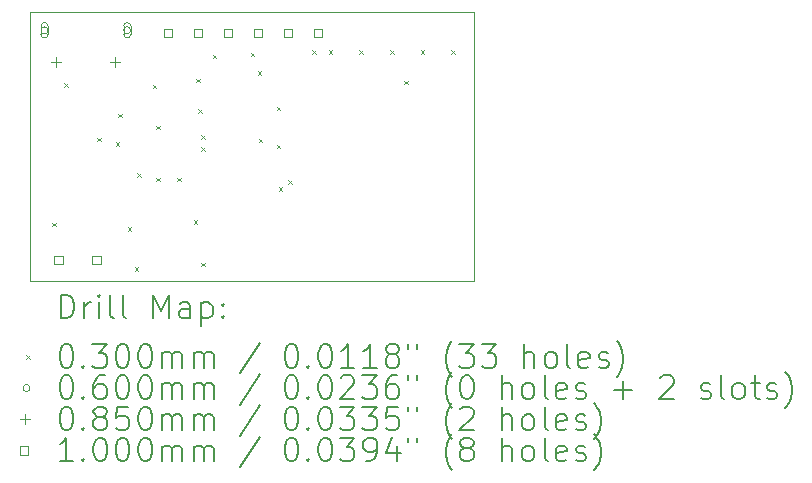
<source format=gbr>
%TF.GenerationSoftware,KiCad,Pcbnew,9.0.1*%
%TF.CreationDate,2025-09-23T20:37:32+02:00*%
%TF.ProjectId,blikac-smd,626c696b-6163-42d7-936d-642e6b696361,rev?*%
%TF.SameCoordinates,Original*%
%TF.FileFunction,Drillmap*%
%TF.FilePolarity,Positive*%
%FSLAX45Y45*%
G04 Gerber Fmt 4.5, Leading zero omitted, Abs format (unit mm)*
G04 Created by KiCad (PCBNEW 9.0.1) date 2025-09-23 20:37:32*
%MOMM*%
%LPD*%
G01*
G04 APERTURE LIST*
%ADD10C,0.050000*%
%ADD11C,0.200000*%
%ADD12C,0.100000*%
G04 APERTURE END LIST*
D10*
X12040000Y-6540000D02*
X15800000Y-6540000D01*
X15800000Y-8820000D01*
X12040000Y-8820000D01*
X12040000Y-6540000D01*
D11*
D12*
X12225000Y-8325000D02*
X12255000Y-8355000D01*
X12255000Y-8325000D02*
X12225000Y-8355000D01*
X12325000Y-7145000D02*
X12355000Y-7175000D01*
X12355000Y-7145000D02*
X12325000Y-7175000D01*
X12605000Y-7605000D02*
X12635000Y-7635000D01*
X12635000Y-7605000D02*
X12605000Y-7635000D01*
X12765000Y-7645000D02*
X12795000Y-7675000D01*
X12795000Y-7645000D02*
X12765000Y-7675000D01*
X12785000Y-7405000D02*
X12815000Y-7435000D01*
X12815000Y-7405000D02*
X12785000Y-7435000D01*
X12865000Y-8365000D02*
X12895000Y-8395000D01*
X12895000Y-8365000D02*
X12865000Y-8395000D01*
X12925000Y-8705000D02*
X12955000Y-8735000D01*
X12955000Y-8705000D02*
X12925000Y-8735000D01*
X12945000Y-7905000D02*
X12975000Y-7935000D01*
X12975000Y-7905000D02*
X12945000Y-7935000D01*
X13075100Y-7157326D02*
X13105100Y-7187326D01*
X13105100Y-7157326D02*
X13075100Y-7187326D01*
X13105000Y-7505000D02*
X13135000Y-7535000D01*
X13135000Y-7505000D02*
X13105000Y-7535000D01*
X13105000Y-7945000D02*
X13135000Y-7975000D01*
X13135000Y-7945000D02*
X13105000Y-7975000D01*
X13285000Y-7945000D02*
X13315000Y-7975000D01*
X13315000Y-7945000D02*
X13285000Y-7975000D01*
X13425000Y-8305000D02*
X13455000Y-8335000D01*
X13455000Y-8305000D02*
X13425000Y-8335000D01*
X13445000Y-7105000D02*
X13475000Y-7135000D01*
X13475000Y-7105000D02*
X13445000Y-7135000D01*
X13459900Y-7365000D02*
X13489900Y-7395000D01*
X13489900Y-7365000D02*
X13459900Y-7395000D01*
X13485000Y-7585000D02*
X13515000Y-7615000D01*
X13515000Y-7585000D02*
X13485000Y-7615000D01*
X13485000Y-7685000D02*
X13515000Y-7715000D01*
X13515000Y-7685000D02*
X13485000Y-7715000D01*
X13485000Y-8665000D02*
X13515000Y-8695000D01*
X13515000Y-8665000D02*
X13485000Y-8695000D01*
X13585000Y-6905000D02*
X13615000Y-6935000D01*
X13615000Y-6905000D02*
X13585000Y-6935000D01*
X13905000Y-6885000D02*
X13935000Y-6915000D01*
X13935000Y-6885000D02*
X13905000Y-6915000D01*
X13965000Y-7045000D02*
X13995000Y-7075000D01*
X13995000Y-7045000D02*
X13965000Y-7075000D01*
X13975000Y-7615000D02*
X14005000Y-7645000D01*
X14005000Y-7615000D02*
X13975000Y-7645000D01*
X14125000Y-7345000D02*
X14155000Y-7375000D01*
X14155000Y-7345000D02*
X14125000Y-7375000D01*
X14125000Y-7665000D02*
X14155000Y-7695000D01*
X14155000Y-7665000D02*
X14125000Y-7695000D01*
X14145000Y-8025000D02*
X14175000Y-8055000D01*
X14175000Y-8025000D02*
X14145000Y-8055000D01*
X14225000Y-7965000D02*
X14255000Y-7995000D01*
X14255000Y-7965000D02*
X14225000Y-7995000D01*
X14425000Y-6865000D02*
X14455000Y-6895000D01*
X14455000Y-6865000D02*
X14425000Y-6895000D01*
X14565000Y-6865000D02*
X14595000Y-6895000D01*
X14595000Y-6865000D02*
X14565000Y-6895000D01*
X14825000Y-6865000D02*
X14855000Y-6895000D01*
X14855000Y-6865000D02*
X14825000Y-6895000D01*
X15085000Y-6865000D02*
X15115000Y-6895000D01*
X15115000Y-6865000D02*
X15085000Y-6895000D01*
X15205000Y-7125000D02*
X15235000Y-7155000D01*
X15235000Y-7125000D02*
X15205000Y-7155000D01*
X15345000Y-6865000D02*
X15375000Y-6895000D01*
X15375000Y-6865000D02*
X15345000Y-6895000D01*
X15605000Y-6865000D02*
X15635000Y-6895000D01*
X15635000Y-6865000D02*
X15605000Y-6895000D01*
X12190000Y-6696250D02*
G75*
G02*
X12130000Y-6696250I-30000J0D01*
G01*
X12130000Y-6696250D02*
G75*
G02*
X12190000Y-6696250I30000J0D01*
G01*
X12190000Y-6731250D02*
X12190000Y-6661250D01*
X12130000Y-6661250D02*
G75*
G02*
X12190000Y-6661250I30000J0D01*
G01*
X12130000Y-6661250D02*
X12130000Y-6731250D01*
X12130000Y-6731250D02*
G75*
G03*
X12190000Y-6731250I30000J0D01*
G01*
X12890000Y-6696250D02*
G75*
G02*
X12830000Y-6696250I-30000J0D01*
G01*
X12830000Y-6696250D02*
G75*
G02*
X12890000Y-6696250I30000J0D01*
G01*
X12830000Y-6661250D02*
X12830000Y-6731250D01*
X12890000Y-6731250D02*
G75*
G02*
X12830000Y-6731250I-30000J0D01*
G01*
X12890000Y-6731250D02*
X12890000Y-6661250D01*
X12890000Y-6661250D02*
G75*
G03*
X12830000Y-6661250I-30000J0D01*
G01*
X12260000Y-6923750D02*
X12260000Y-7008750D01*
X12217500Y-6966250D02*
X12302500Y-6966250D01*
X12760000Y-6923750D02*
X12760000Y-7008750D01*
X12717500Y-6966250D02*
X12802500Y-6966250D01*
X12315356Y-8675356D02*
X12315356Y-8604644D01*
X12244644Y-8604644D01*
X12244644Y-8675356D01*
X12315356Y-8675356D01*
X12635356Y-8675356D02*
X12635356Y-8604644D01*
X12564644Y-8604644D01*
X12564644Y-8675356D01*
X12635356Y-8675356D01*
X13241356Y-6755356D02*
X13241356Y-6684644D01*
X13170644Y-6684644D01*
X13170644Y-6755356D01*
X13241356Y-6755356D01*
X13495356Y-6755356D02*
X13495356Y-6684644D01*
X13424644Y-6684644D01*
X13424644Y-6755356D01*
X13495356Y-6755356D01*
X13749356Y-6755356D02*
X13749356Y-6684644D01*
X13678644Y-6684644D01*
X13678644Y-6755356D01*
X13749356Y-6755356D01*
X14003356Y-6755356D02*
X14003356Y-6684644D01*
X13932644Y-6684644D01*
X13932644Y-6755356D01*
X14003356Y-6755356D01*
X14257356Y-6755356D02*
X14257356Y-6684644D01*
X14186644Y-6684644D01*
X14186644Y-6755356D01*
X14257356Y-6755356D01*
X14511356Y-6755356D02*
X14511356Y-6684644D01*
X14440644Y-6684644D01*
X14440644Y-6755356D01*
X14511356Y-6755356D01*
D11*
X12298277Y-9133984D02*
X12298277Y-8933984D01*
X12298277Y-8933984D02*
X12345896Y-8933984D01*
X12345896Y-8933984D02*
X12374467Y-8943508D01*
X12374467Y-8943508D02*
X12393515Y-8962555D01*
X12393515Y-8962555D02*
X12403039Y-8981603D01*
X12403039Y-8981603D02*
X12412562Y-9019698D01*
X12412562Y-9019698D02*
X12412562Y-9048270D01*
X12412562Y-9048270D02*
X12403039Y-9086365D01*
X12403039Y-9086365D02*
X12393515Y-9105412D01*
X12393515Y-9105412D02*
X12374467Y-9124460D01*
X12374467Y-9124460D02*
X12345896Y-9133984D01*
X12345896Y-9133984D02*
X12298277Y-9133984D01*
X12498277Y-9133984D02*
X12498277Y-9000650D01*
X12498277Y-9038746D02*
X12507801Y-9019698D01*
X12507801Y-9019698D02*
X12517324Y-9010174D01*
X12517324Y-9010174D02*
X12536372Y-9000650D01*
X12536372Y-9000650D02*
X12555420Y-9000650D01*
X12622086Y-9133984D02*
X12622086Y-9000650D01*
X12622086Y-8933984D02*
X12612562Y-8943508D01*
X12612562Y-8943508D02*
X12622086Y-8953031D01*
X12622086Y-8953031D02*
X12631610Y-8943508D01*
X12631610Y-8943508D02*
X12622086Y-8933984D01*
X12622086Y-8933984D02*
X12622086Y-8953031D01*
X12745896Y-9133984D02*
X12726848Y-9124460D01*
X12726848Y-9124460D02*
X12717324Y-9105412D01*
X12717324Y-9105412D02*
X12717324Y-8933984D01*
X12850658Y-9133984D02*
X12831610Y-9124460D01*
X12831610Y-9124460D02*
X12822086Y-9105412D01*
X12822086Y-9105412D02*
X12822086Y-8933984D01*
X13079229Y-9133984D02*
X13079229Y-8933984D01*
X13079229Y-8933984D02*
X13145896Y-9076841D01*
X13145896Y-9076841D02*
X13212562Y-8933984D01*
X13212562Y-8933984D02*
X13212562Y-9133984D01*
X13393515Y-9133984D02*
X13393515Y-9029222D01*
X13393515Y-9029222D02*
X13383991Y-9010174D01*
X13383991Y-9010174D02*
X13364943Y-9000650D01*
X13364943Y-9000650D02*
X13326848Y-9000650D01*
X13326848Y-9000650D02*
X13307801Y-9010174D01*
X13393515Y-9124460D02*
X13374467Y-9133984D01*
X13374467Y-9133984D02*
X13326848Y-9133984D01*
X13326848Y-9133984D02*
X13307801Y-9124460D01*
X13307801Y-9124460D02*
X13298277Y-9105412D01*
X13298277Y-9105412D02*
X13298277Y-9086365D01*
X13298277Y-9086365D02*
X13307801Y-9067317D01*
X13307801Y-9067317D02*
X13326848Y-9057793D01*
X13326848Y-9057793D02*
X13374467Y-9057793D01*
X13374467Y-9057793D02*
X13393515Y-9048270D01*
X13488753Y-9000650D02*
X13488753Y-9200650D01*
X13488753Y-9010174D02*
X13507801Y-9000650D01*
X13507801Y-9000650D02*
X13545896Y-9000650D01*
X13545896Y-9000650D02*
X13564943Y-9010174D01*
X13564943Y-9010174D02*
X13574467Y-9019698D01*
X13574467Y-9019698D02*
X13583991Y-9038746D01*
X13583991Y-9038746D02*
X13583991Y-9095889D01*
X13583991Y-9095889D02*
X13574467Y-9114936D01*
X13574467Y-9114936D02*
X13564943Y-9124460D01*
X13564943Y-9124460D02*
X13545896Y-9133984D01*
X13545896Y-9133984D02*
X13507801Y-9133984D01*
X13507801Y-9133984D02*
X13488753Y-9124460D01*
X13669705Y-9114936D02*
X13679229Y-9124460D01*
X13679229Y-9124460D02*
X13669705Y-9133984D01*
X13669705Y-9133984D02*
X13660182Y-9124460D01*
X13660182Y-9124460D02*
X13669705Y-9114936D01*
X13669705Y-9114936D02*
X13669705Y-9133984D01*
X13669705Y-9010174D02*
X13679229Y-9019698D01*
X13679229Y-9019698D02*
X13669705Y-9029222D01*
X13669705Y-9029222D02*
X13660182Y-9019698D01*
X13660182Y-9019698D02*
X13669705Y-9010174D01*
X13669705Y-9010174D02*
X13669705Y-9029222D01*
D12*
X12007500Y-9447500D02*
X12037500Y-9477500D01*
X12037500Y-9447500D02*
X12007500Y-9477500D01*
D11*
X12336372Y-9353984D02*
X12355420Y-9353984D01*
X12355420Y-9353984D02*
X12374467Y-9363508D01*
X12374467Y-9363508D02*
X12383991Y-9373031D01*
X12383991Y-9373031D02*
X12393515Y-9392079D01*
X12393515Y-9392079D02*
X12403039Y-9430174D01*
X12403039Y-9430174D02*
X12403039Y-9477793D01*
X12403039Y-9477793D02*
X12393515Y-9515889D01*
X12393515Y-9515889D02*
X12383991Y-9534936D01*
X12383991Y-9534936D02*
X12374467Y-9544460D01*
X12374467Y-9544460D02*
X12355420Y-9553984D01*
X12355420Y-9553984D02*
X12336372Y-9553984D01*
X12336372Y-9553984D02*
X12317324Y-9544460D01*
X12317324Y-9544460D02*
X12307801Y-9534936D01*
X12307801Y-9534936D02*
X12298277Y-9515889D01*
X12298277Y-9515889D02*
X12288753Y-9477793D01*
X12288753Y-9477793D02*
X12288753Y-9430174D01*
X12288753Y-9430174D02*
X12298277Y-9392079D01*
X12298277Y-9392079D02*
X12307801Y-9373031D01*
X12307801Y-9373031D02*
X12317324Y-9363508D01*
X12317324Y-9363508D02*
X12336372Y-9353984D01*
X12488753Y-9534936D02*
X12498277Y-9544460D01*
X12498277Y-9544460D02*
X12488753Y-9553984D01*
X12488753Y-9553984D02*
X12479229Y-9544460D01*
X12479229Y-9544460D02*
X12488753Y-9534936D01*
X12488753Y-9534936D02*
X12488753Y-9553984D01*
X12564943Y-9353984D02*
X12688753Y-9353984D01*
X12688753Y-9353984D02*
X12622086Y-9430174D01*
X12622086Y-9430174D02*
X12650658Y-9430174D01*
X12650658Y-9430174D02*
X12669705Y-9439698D01*
X12669705Y-9439698D02*
X12679229Y-9449222D01*
X12679229Y-9449222D02*
X12688753Y-9468270D01*
X12688753Y-9468270D02*
X12688753Y-9515889D01*
X12688753Y-9515889D02*
X12679229Y-9534936D01*
X12679229Y-9534936D02*
X12669705Y-9544460D01*
X12669705Y-9544460D02*
X12650658Y-9553984D01*
X12650658Y-9553984D02*
X12593515Y-9553984D01*
X12593515Y-9553984D02*
X12574467Y-9544460D01*
X12574467Y-9544460D02*
X12564943Y-9534936D01*
X12812562Y-9353984D02*
X12831610Y-9353984D01*
X12831610Y-9353984D02*
X12850658Y-9363508D01*
X12850658Y-9363508D02*
X12860182Y-9373031D01*
X12860182Y-9373031D02*
X12869705Y-9392079D01*
X12869705Y-9392079D02*
X12879229Y-9430174D01*
X12879229Y-9430174D02*
X12879229Y-9477793D01*
X12879229Y-9477793D02*
X12869705Y-9515889D01*
X12869705Y-9515889D02*
X12860182Y-9534936D01*
X12860182Y-9534936D02*
X12850658Y-9544460D01*
X12850658Y-9544460D02*
X12831610Y-9553984D01*
X12831610Y-9553984D02*
X12812562Y-9553984D01*
X12812562Y-9553984D02*
X12793515Y-9544460D01*
X12793515Y-9544460D02*
X12783991Y-9534936D01*
X12783991Y-9534936D02*
X12774467Y-9515889D01*
X12774467Y-9515889D02*
X12764943Y-9477793D01*
X12764943Y-9477793D02*
X12764943Y-9430174D01*
X12764943Y-9430174D02*
X12774467Y-9392079D01*
X12774467Y-9392079D02*
X12783991Y-9373031D01*
X12783991Y-9373031D02*
X12793515Y-9363508D01*
X12793515Y-9363508D02*
X12812562Y-9353984D01*
X13003039Y-9353984D02*
X13022086Y-9353984D01*
X13022086Y-9353984D02*
X13041134Y-9363508D01*
X13041134Y-9363508D02*
X13050658Y-9373031D01*
X13050658Y-9373031D02*
X13060182Y-9392079D01*
X13060182Y-9392079D02*
X13069705Y-9430174D01*
X13069705Y-9430174D02*
X13069705Y-9477793D01*
X13069705Y-9477793D02*
X13060182Y-9515889D01*
X13060182Y-9515889D02*
X13050658Y-9534936D01*
X13050658Y-9534936D02*
X13041134Y-9544460D01*
X13041134Y-9544460D02*
X13022086Y-9553984D01*
X13022086Y-9553984D02*
X13003039Y-9553984D01*
X13003039Y-9553984D02*
X12983991Y-9544460D01*
X12983991Y-9544460D02*
X12974467Y-9534936D01*
X12974467Y-9534936D02*
X12964943Y-9515889D01*
X12964943Y-9515889D02*
X12955420Y-9477793D01*
X12955420Y-9477793D02*
X12955420Y-9430174D01*
X12955420Y-9430174D02*
X12964943Y-9392079D01*
X12964943Y-9392079D02*
X12974467Y-9373031D01*
X12974467Y-9373031D02*
X12983991Y-9363508D01*
X12983991Y-9363508D02*
X13003039Y-9353984D01*
X13155420Y-9553984D02*
X13155420Y-9420650D01*
X13155420Y-9439698D02*
X13164943Y-9430174D01*
X13164943Y-9430174D02*
X13183991Y-9420650D01*
X13183991Y-9420650D02*
X13212563Y-9420650D01*
X13212563Y-9420650D02*
X13231610Y-9430174D01*
X13231610Y-9430174D02*
X13241134Y-9449222D01*
X13241134Y-9449222D02*
X13241134Y-9553984D01*
X13241134Y-9449222D02*
X13250658Y-9430174D01*
X13250658Y-9430174D02*
X13269705Y-9420650D01*
X13269705Y-9420650D02*
X13298277Y-9420650D01*
X13298277Y-9420650D02*
X13317324Y-9430174D01*
X13317324Y-9430174D02*
X13326848Y-9449222D01*
X13326848Y-9449222D02*
X13326848Y-9553984D01*
X13422086Y-9553984D02*
X13422086Y-9420650D01*
X13422086Y-9439698D02*
X13431610Y-9430174D01*
X13431610Y-9430174D02*
X13450658Y-9420650D01*
X13450658Y-9420650D02*
X13479229Y-9420650D01*
X13479229Y-9420650D02*
X13498277Y-9430174D01*
X13498277Y-9430174D02*
X13507801Y-9449222D01*
X13507801Y-9449222D02*
X13507801Y-9553984D01*
X13507801Y-9449222D02*
X13517324Y-9430174D01*
X13517324Y-9430174D02*
X13536372Y-9420650D01*
X13536372Y-9420650D02*
X13564943Y-9420650D01*
X13564943Y-9420650D02*
X13583991Y-9430174D01*
X13583991Y-9430174D02*
X13593515Y-9449222D01*
X13593515Y-9449222D02*
X13593515Y-9553984D01*
X13983991Y-9344460D02*
X13812563Y-9601603D01*
X14241134Y-9353984D02*
X14260182Y-9353984D01*
X14260182Y-9353984D02*
X14279229Y-9363508D01*
X14279229Y-9363508D02*
X14288753Y-9373031D01*
X14288753Y-9373031D02*
X14298277Y-9392079D01*
X14298277Y-9392079D02*
X14307801Y-9430174D01*
X14307801Y-9430174D02*
X14307801Y-9477793D01*
X14307801Y-9477793D02*
X14298277Y-9515889D01*
X14298277Y-9515889D02*
X14288753Y-9534936D01*
X14288753Y-9534936D02*
X14279229Y-9544460D01*
X14279229Y-9544460D02*
X14260182Y-9553984D01*
X14260182Y-9553984D02*
X14241134Y-9553984D01*
X14241134Y-9553984D02*
X14222086Y-9544460D01*
X14222086Y-9544460D02*
X14212563Y-9534936D01*
X14212563Y-9534936D02*
X14203039Y-9515889D01*
X14203039Y-9515889D02*
X14193515Y-9477793D01*
X14193515Y-9477793D02*
X14193515Y-9430174D01*
X14193515Y-9430174D02*
X14203039Y-9392079D01*
X14203039Y-9392079D02*
X14212563Y-9373031D01*
X14212563Y-9373031D02*
X14222086Y-9363508D01*
X14222086Y-9363508D02*
X14241134Y-9353984D01*
X14393515Y-9534936D02*
X14403039Y-9544460D01*
X14403039Y-9544460D02*
X14393515Y-9553984D01*
X14393515Y-9553984D02*
X14383991Y-9544460D01*
X14383991Y-9544460D02*
X14393515Y-9534936D01*
X14393515Y-9534936D02*
X14393515Y-9553984D01*
X14526848Y-9353984D02*
X14545896Y-9353984D01*
X14545896Y-9353984D02*
X14564944Y-9363508D01*
X14564944Y-9363508D02*
X14574467Y-9373031D01*
X14574467Y-9373031D02*
X14583991Y-9392079D01*
X14583991Y-9392079D02*
X14593515Y-9430174D01*
X14593515Y-9430174D02*
X14593515Y-9477793D01*
X14593515Y-9477793D02*
X14583991Y-9515889D01*
X14583991Y-9515889D02*
X14574467Y-9534936D01*
X14574467Y-9534936D02*
X14564944Y-9544460D01*
X14564944Y-9544460D02*
X14545896Y-9553984D01*
X14545896Y-9553984D02*
X14526848Y-9553984D01*
X14526848Y-9553984D02*
X14507801Y-9544460D01*
X14507801Y-9544460D02*
X14498277Y-9534936D01*
X14498277Y-9534936D02*
X14488753Y-9515889D01*
X14488753Y-9515889D02*
X14479229Y-9477793D01*
X14479229Y-9477793D02*
X14479229Y-9430174D01*
X14479229Y-9430174D02*
X14488753Y-9392079D01*
X14488753Y-9392079D02*
X14498277Y-9373031D01*
X14498277Y-9373031D02*
X14507801Y-9363508D01*
X14507801Y-9363508D02*
X14526848Y-9353984D01*
X14783991Y-9553984D02*
X14669706Y-9553984D01*
X14726848Y-9553984D02*
X14726848Y-9353984D01*
X14726848Y-9353984D02*
X14707801Y-9382555D01*
X14707801Y-9382555D02*
X14688753Y-9401603D01*
X14688753Y-9401603D02*
X14669706Y-9411127D01*
X14974467Y-9553984D02*
X14860182Y-9553984D01*
X14917325Y-9553984D02*
X14917325Y-9353984D01*
X14917325Y-9353984D02*
X14898277Y-9382555D01*
X14898277Y-9382555D02*
X14879229Y-9401603D01*
X14879229Y-9401603D02*
X14860182Y-9411127D01*
X15088753Y-9439698D02*
X15069706Y-9430174D01*
X15069706Y-9430174D02*
X15060182Y-9420650D01*
X15060182Y-9420650D02*
X15050658Y-9401603D01*
X15050658Y-9401603D02*
X15050658Y-9392079D01*
X15050658Y-9392079D02*
X15060182Y-9373031D01*
X15060182Y-9373031D02*
X15069706Y-9363508D01*
X15069706Y-9363508D02*
X15088753Y-9353984D01*
X15088753Y-9353984D02*
X15126848Y-9353984D01*
X15126848Y-9353984D02*
X15145896Y-9363508D01*
X15145896Y-9363508D02*
X15155420Y-9373031D01*
X15155420Y-9373031D02*
X15164944Y-9392079D01*
X15164944Y-9392079D02*
X15164944Y-9401603D01*
X15164944Y-9401603D02*
X15155420Y-9420650D01*
X15155420Y-9420650D02*
X15145896Y-9430174D01*
X15145896Y-9430174D02*
X15126848Y-9439698D01*
X15126848Y-9439698D02*
X15088753Y-9439698D01*
X15088753Y-9439698D02*
X15069706Y-9449222D01*
X15069706Y-9449222D02*
X15060182Y-9458746D01*
X15060182Y-9458746D02*
X15050658Y-9477793D01*
X15050658Y-9477793D02*
X15050658Y-9515889D01*
X15050658Y-9515889D02*
X15060182Y-9534936D01*
X15060182Y-9534936D02*
X15069706Y-9544460D01*
X15069706Y-9544460D02*
X15088753Y-9553984D01*
X15088753Y-9553984D02*
X15126848Y-9553984D01*
X15126848Y-9553984D02*
X15145896Y-9544460D01*
X15145896Y-9544460D02*
X15155420Y-9534936D01*
X15155420Y-9534936D02*
X15164944Y-9515889D01*
X15164944Y-9515889D02*
X15164944Y-9477793D01*
X15164944Y-9477793D02*
X15155420Y-9458746D01*
X15155420Y-9458746D02*
X15145896Y-9449222D01*
X15145896Y-9449222D02*
X15126848Y-9439698D01*
X15241134Y-9353984D02*
X15241134Y-9392079D01*
X15317325Y-9353984D02*
X15317325Y-9392079D01*
X15612563Y-9630174D02*
X15603039Y-9620650D01*
X15603039Y-9620650D02*
X15583991Y-9592079D01*
X15583991Y-9592079D02*
X15574468Y-9573031D01*
X15574468Y-9573031D02*
X15564944Y-9544460D01*
X15564944Y-9544460D02*
X15555420Y-9496841D01*
X15555420Y-9496841D02*
X15555420Y-9458746D01*
X15555420Y-9458746D02*
X15564944Y-9411127D01*
X15564944Y-9411127D02*
X15574468Y-9382555D01*
X15574468Y-9382555D02*
X15583991Y-9363508D01*
X15583991Y-9363508D02*
X15603039Y-9334936D01*
X15603039Y-9334936D02*
X15612563Y-9325412D01*
X15669706Y-9353984D02*
X15793515Y-9353984D01*
X15793515Y-9353984D02*
X15726848Y-9430174D01*
X15726848Y-9430174D02*
X15755420Y-9430174D01*
X15755420Y-9430174D02*
X15774468Y-9439698D01*
X15774468Y-9439698D02*
X15783991Y-9449222D01*
X15783991Y-9449222D02*
X15793515Y-9468270D01*
X15793515Y-9468270D02*
X15793515Y-9515889D01*
X15793515Y-9515889D02*
X15783991Y-9534936D01*
X15783991Y-9534936D02*
X15774468Y-9544460D01*
X15774468Y-9544460D02*
X15755420Y-9553984D01*
X15755420Y-9553984D02*
X15698277Y-9553984D01*
X15698277Y-9553984D02*
X15679229Y-9544460D01*
X15679229Y-9544460D02*
X15669706Y-9534936D01*
X15860182Y-9353984D02*
X15983991Y-9353984D01*
X15983991Y-9353984D02*
X15917325Y-9430174D01*
X15917325Y-9430174D02*
X15945896Y-9430174D01*
X15945896Y-9430174D02*
X15964944Y-9439698D01*
X15964944Y-9439698D02*
X15974468Y-9449222D01*
X15974468Y-9449222D02*
X15983991Y-9468270D01*
X15983991Y-9468270D02*
X15983991Y-9515889D01*
X15983991Y-9515889D02*
X15974468Y-9534936D01*
X15974468Y-9534936D02*
X15964944Y-9544460D01*
X15964944Y-9544460D02*
X15945896Y-9553984D01*
X15945896Y-9553984D02*
X15888753Y-9553984D01*
X15888753Y-9553984D02*
X15869706Y-9544460D01*
X15869706Y-9544460D02*
X15860182Y-9534936D01*
X16222087Y-9553984D02*
X16222087Y-9353984D01*
X16307801Y-9553984D02*
X16307801Y-9449222D01*
X16307801Y-9449222D02*
X16298277Y-9430174D01*
X16298277Y-9430174D02*
X16279230Y-9420650D01*
X16279230Y-9420650D02*
X16250658Y-9420650D01*
X16250658Y-9420650D02*
X16231610Y-9430174D01*
X16231610Y-9430174D02*
X16222087Y-9439698D01*
X16431610Y-9553984D02*
X16412563Y-9544460D01*
X16412563Y-9544460D02*
X16403039Y-9534936D01*
X16403039Y-9534936D02*
X16393515Y-9515889D01*
X16393515Y-9515889D02*
X16393515Y-9458746D01*
X16393515Y-9458746D02*
X16403039Y-9439698D01*
X16403039Y-9439698D02*
X16412563Y-9430174D01*
X16412563Y-9430174D02*
X16431610Y-9420650D01*
X16431610Y-9420650D02*
X16460182Y-9420650D01*
X16460182Y-9420650D02*
X16479230Y-9430174D01*
X16479230Y-9430174D02*
X16488753Y-9439698D01*
X16488753Y-9439698D02*
X16498277Y-9458746D01*
X16498277Y-9458746D02*
X16498277Y-9515889D01*
X16498277Y-9515889D02*
X16488753Y-9534936D01*
X16488753Y-9534936D02*
X16479230Y-9544460D01*
X16479230Y-9544460D02*
X16460182Y-9553984D01*
X16460182Y-9553984D02*
X16431610Y-9553984D01*
X16612563Y-9553984D02*
X16593515Y-9544460D01*
X16593515Y-9544460D02*
X16583991Y-9525412D01*
X16583991Y-9525412D02*
X16583991Y-9353984D01*
X16764944Y-9544460D02*
X16745896Y-9553984D01*
X16745896Y-9553984D02*
X16707801Y-9553984D01*
X16707801Y-9553984D02*
X16688753Y-9544460D01*
X16688753Y-9544460D02*
X16679230Y-9525412D01*
X16679230Y-9525412D02*
X16679230Y-9449222D01*
X16679230Y-9449222D02*
X16688753Y-9430174D01*
X16688753Y-9430174D02*
X16707801Y-9420650D01*
X16707801Y-9420650D02*
X16745896Y-9420650D01*
X16745896Y-9420650D02*
X16764944Y-9430174D01*
X16764944Y-9430174D02*
X16774468Y-9449222D01*
X16774468Y-9449222D02*
X16774468Y-9468270D01*
X16774468Y-9468270D02*
X16679230Y-9487317D01*
X16850658Y-9544460D02*
X16869706Y-9553984D01*
X16869706Y-9553984D02*
X16907801Y-9553984D01*
X16907801Y-9553984D02*
X16926849Y-9544460D01*
X16926849Y-9544460D02*
X16936373Y-9525412D01*
X16936373Y-9525412D02*
X16936373Y-9515889D01*
X16936373Y-9515889D02*
X16926849Y-9496841D01*
X16926849Y-9496841D02*
X16907801Y-9487317D01*
X16907801Y-9487317D02*
X16879230Y-9487317D01*
X16879230Y-9487317D02*
X16860182Y-9477793D01*
X16860182Y-9477793D02*
X16850658Y-9458746D01*
X16850658Y-9458746D02*
X16850658Y-9449222D01*
X16850658Y-9449222D02*
X16860182Y-9430174D01*
X16860182Y-9430174D02*
X16879230Y-9420650D01*
X16879230Y-9420650D02*
X16907801Y-9420650D01*
X16907801Y-9420650D02*
X16926849Y-9430174D01*
X17003039Y-9630174D02*
X17012563Y-9620650D01*
X17012563Y-9620650D02*
X17031611Y-9592079D01*
X17031611Y-9592079D02*
X17041134Y-9573031D01*
X17041134Y-9573031D02*
X17050658Y-9544460D01*
X17050658Y-9544460D02*
X17060182Y-9496841D01*
X17060182Y-9496841D02*
X17060182Y-9458746D01*
X17060182Y-9458746D02*
X17050658Y-9411127D01*
X17050658Y-9411127D02*
X17041134Y-9382555D01*
X17041134Y-9382555D02*
X17031611Y-9363508D01*
X17031611Y-9363508D02*
X17012563Y-9334936D01*
X17012563Y-9334936D02*
X17003039Y-9325412D01*
D12*
X12037500Y-9726500D02*
G75*
G02*
X11977500Y-9726500I-30000J0D01*
G01*
X11977500Y-9726500D02*
G75*
G02*
X12037500Y-9726500I30000J0D01*
G01*
D11*
X12336372Y-9617984D02*
X12355420Y-9617984D01*
X12355420Y-9617984D02*
X12374467Y-9627508D01*
X12374467Y-9627508D02*
X12383991Y-9637031D01*
X12383991Y-9637031D02*
X12393515Y-9656079D01*
X12393515Y-9656079D02*
X12403039Y-9694174D01*
X12403039Y-9694174D02*
X12403039Y-9741793D01*
X12403039Y-9741793D02*
X12393515Y-9779889D01*
X12393515Y-9779889D02*
X12383991Y-9798936D01*
X12383991Y-9798936D02*
X12374467Y-9808460D01*
X12374467Y-9808460D02*
X12355420Y-9817984D01*
X12355420Y-9817984D02*
X12336372Y-9817984D01*
X12336372Y-9817984D02*
X12317324Y-9808460D01*
X12317324Y-9808460D02*
X12307801Y-9798936D01*
X12307801Y-9798936D02*
X12298277Y-9779889D01*
X12298277Y-9779889D02*
X12288753Y-9741793D01*
X12288753Y-9741793D02*
X12288753Y-9694174D01*
X12288753Y-9694174D02*
X12298277Y-9656079D01*
X12298277Y-9656079D02*
X12307801Y-9637031D01*
X12307801Y-9637031D02*
X12317324Y-9627508D01*
X12317324Y-9627508D02*
X12336372Y-9617984D01*
X12488753Y-9798936D02*
X12498277Y-9808460D01*
X12498277Y-9808460D02*
X12488753Y-9817984D01*
X12488753Y-9817984D02*
X12479229Y-9808460D01*
X12479229Y-9808460D02*
X12488753Y-9798936D01*
X12488753Y-9798936D02*
X12488753Y-9817984D01*
X12669705Y-9617984D02*
X12631610Y-9617984D01*
X12631610Y-9617984D02*
X12612562Y-9627508D01*
X12612562Y-9627508D02*
X12603039Y-9637031D01*
X12603039Y-9637031D02*
X12583991Y-9665603D01*
X12583991Y-9665603D02*
X12574467Y-9703698D01*
X12574467Y-9703698D02*
X12574467Y-9779889D01*
X12574467Y-9779889D02*
X12583991Y-9798936D01*
X12583991Y-9798936D02*
X12593515Y-9808460D01*
X12593515Y-9808460D02*
X12612562Y-9817984D01*
X12612562Y-9817984D02*
X12650658Y-9817984D01*
X12650658Y-9817984D02*
X12669705Y-9808460D01*
X12669705Y-9808460D02*
X12679229Y-9798936D01*
X12679229Y-9798936D02*
X12688753Y-9779889D01*
X12688753Y-9779889D02*
X12688753Y-9732270D01*
X12688753Y-9732270D02*
X12679229Y-9713222D01*
X12679229Y-9713222D02*
X12669705Y-9703698D01*
X12669705Y-9703698D02*
X12650658Y-9694174D01*
X12650658Y-9694174D02*
X12612562Y-9694174D01*
X12612562Y-9694174D02*
X12593515Y-9703698D01*
X12593515Y-9703698D02*
X12583991Y-9713222D01*
X12583991Y-9713222D02*
X12574467Y-9732270D01*
X12812562Y-9617984D02*
X12831610Y-9617984D01*
X12831610Y-9617984D02*
X12850658Y-9627508D01*
X12850658Y-9627508D02*
X12860182Y-9637031D01*
X12860182Y-9637031D02*
X12869705Y-9656079D01*
X12869705Y-9656079D02*
X12879229Y-9694174D01*
X12879229Y-9694174D02*
X12879229Y-9741793D01*
X12879229Y-9741793D02*
X12869705Y-9779889D01*
X12869705Y-9779889D02*
X12860182Y-9798936D01*
X12860182Y-9798936D02*
X12850658Y-9808460D01*
X12850658Y-9808460D02*
X12831610Y-9817984D01*
X12831610Y-9817984D02*
X12812562Y-9817984D01*
X12812562Y-9817984D02*
X12793515Y-9808460D01*
X12793515Y-9808460D02*
X12783991Y-9798936D01*
X12783991Y-9798936D02*
X12774467Y-9779889D01*
X12774467Y-9779889D02*
X12764943Y-9741793D01*
X12764943Y-9741793D02*
X12764943Y-9694174D01*
X12764943Y-9694174D02*
X12774467Y-9656079D01*
X12774467Y-9656079D02*
X12783991Y-9637031D01*
X12783991Y-9637031D02*
X12793515Y-9627508D01*
X12793515Y-9627508D02*
X12812562Y-9617984D01*
X13003039Y-9617984D02*
X13022086Y-9617984D01*
X13022086Y-9617984D02*
X13041134Y-9627508D01*
X13041134Y-9627508D02*
X13050658Y-9637031D01*
X13050658Y-9637031D02*
X13060182Y-9656079D01*
X13060182Y-9656079D02*
X13069705Y-9694174D01*
X13069705Y-9694174D02*
X13069705Y-9741793D01*
X13069705Y-9741793D02*
X13060182Y-9779889D01*
X13060182Y-9779889D02*
X13050658Y-9798936D01*
X13050658Y-9798936D02*
X13041134Y-9808460D01*
X13041134Y-9808460D02*
X13022086Y-9817984D01*
X13022086Y-9817984D02*
X13003039Y-9817984D01*
X13003039Y-9817984D02*
X12983991Y-9808460D01*
X12983991Y-9808460D02*
X12974467Y-9798936D01*
X12974467Y-9798936D02*
X12964943Y-9779889D01*
X12964943Y-9779889D02*
X12955420Y-9741793D01*
X12955420Y-9741793D02*
X12955420Y-9694174D01*
X12955420Y-9694174D02*
X12964943Y-9656079D01*
X12964943Y-9656079D02*
X12974467Y-9637031D01*
X12974467Y-9637031D02*
X12983991Y-9627508D01*
X12983991Y-9627508D02*
X13003039Y-9617984D01*
X13155420Y-9817984D02*
X13155420Y-9684650D01*
X13155420Y-9703698D02*
X13164943Y-9694174D01*
X13164943Y-9694174D02*
X13183991Y-9684650D01*
X13183991Y-9684650D02*
X13212563Y-9684650D01*
X13212563Y-9684650D02*
X13231610Y-9694174D01*
X13231610Y-9694174D02*
X13241134Y-9713222D01*
X13241134Y-9713222D02*
X13241134Y-9817984D01*
X13241134Y-9713222D02*
X13250658Y-9694174D01*
X13250658Y-9694174D02*
X13269705Y-9684650D01*
X13269705Y-9684650D02*
X13298277Y-9684650D01*
X13298277Y-9684650D02*
X13317324Y-9694174D01*
X13317324Y-9694174D02*
X13326848Y-9713222D01*
X13326848Y-9713222D02*
X13326848Y-9817984D01*
X13422086Y-9817984D02*
X13422086Y-9684650D01*
X13422086Y-9703698D02*
X13431610Y-9694174D01*
X13431610Y-9694174D02*
X13450658Y-9684650D01*
X13450658Y-9684650D02*
X13479229Y-9684650D01*
X13479229Y-9684650D02*
X13498277Y-9694174D01*
X13498277Y-9694174D02*
X13507801Y-9713222D01*
X13507801Y-9713222D02*
X13507801Y-9817984D01*
X13507801Y-9713222D02*
X13517324Y-9694174D01*
X13517324Y-9694174D02*
X13536372Y-9684650D01*
X13536372Y-9684650D02*
X13564943Y-9684650D01*
X13564943Y-9684650D02*
X13583991Y-9694174D01*
X13583991Y-9694174D02*
X13593515Y-9713222D01*
X13593515Y-9713222D02*
X13593515Y-9817984D01*
X13983991Y-9608460D02*
X13812563Y-9865603D01*
X14241134Y-9617984D02*
X14260182Y-9617984D01*
X14260182Y-9617984D02*
X14279229Y-9627508D01*
X14279229Y-9627508D02*
X14288753Y-9637031D01*
X14288753Y-9637031D02*
X14298277Y-9656079D01*
X14298277Y-9656079D02*
X14307801Y-9694174D01*
X14307801Y-9694174D02*
X14307801Y-9741793D01*
X14307801Y-9741793D02*
X14298277Y-9779889D01*
X14298277Y-9779889D02*
X14288753Y-9798936D01*
X14288753Y-9798936D02*
X14279229Y-9808460D01*
X14279229Y-9808460D02*
X14260182Y-9817984D01*
X14260182Y-9817984D02*
X14241134Y-9817984D01*
X14241134Y-9817984D02*
X14222086Y-9808460D01*
X14222086Y-9808460D02*
X14212563Y-9798936D01*
X14212563Y-9798936D02*
X14203039Y-9779889D01*
X14203039Y-9779889D02*
X14193515Y-9741793D01*
X14193515Y-9741793D02*
X14193515Y-9694174D01*
X14193515Y-9694174D02*
X14203039Y-9656079D01*
X14203039Y-9656079D02*
X14212563Y-9637031D01*
X14212563Y-9637031D02*
X14222086Y-9627508D01*
X14222086Y-9627508D02*
X14241134Y-9617984D01*
X14393515Y-9798936D02*
X14403039Y-9808460D01*
X14403039Y-9808460D02*
X14393515Y-9817984D01*
X14393515Y-9817984D02*
X14383991Y-9808460D01*
X14383991Y-9808460D02*
X14393515Y-9798936D01*
X14393515Y-9798936D02*
X14393515Y-9817984D01*
X14526848Y-9617984D02*
X14545896Y-9617984D01*
X14545896Y-9617984D02*
X14564944Y-9627508D01*
X14564944Y-9627508D02*
X14574467Y-9637031D01*
X14574467Y-9637031D02*
X14583991Y-9656079D01*
X14583991Y-9656079D02*
X14593515Y-9694174D01*
X14593515Y-9694174D02*
X14593515Y-9741793D01*
X14593515Y-9741793D02*
X14583991Y-9779889D01*
X14583991Y-9779889D02*
X14574467Y-9798936D01*
X14574467Y-9798936D02*
X14564944Y-9808460D01*
X14564944Y-9808460D02*
X14545896Y-9817984D01*
X14545896Y-9817984D02*
X14526848Y-9817984D01*
X14526848Y-9817984D02*
X14507801Y-9808460D01*
X14507801Y-9808460D02*
X14498277Y-9798936D01*
X14498277Y-9798936D02*
X14488753Y-9779889D01*
X14488753Y-9779889D02*
X14479229Y-9741793D01*
X14479229Y-9741793D02*
X14479229Y-9694174D01*
X14479229Y-9694174D02*
X14488753Y-9656079D01*
X14488753Y-9656079D02*
X14498277Y-9637031D01*
X14498277Y-9637031D02*
X14507801Y-9627508D01*
X14507801Y-9627508D02*
X14526848Y-9617984D01*
X14669706Y-9637031D02*
X14679229Y-9627508D01*
X14679229Y-9627508D02*
X14698277Y-9617984D01*
X14698277Y-9617984D02*
X14745896Y-9617984D01*
X14745896Y-9617984D02*
X14764944Y-9627508D01*
X14764944Y-9627508D02*
X14774467Y-9637031D01*
X14774467Y-9637031D02*
X14783991Y-9656079D01*
X14783991Y-9656079D02*
X14783991Y-9675127D01*
X14783991Y-9675127D02*
X14774467Y-9703698D01*
X14774467Y-9703698D02*
X14660182Y-9817984D01*
X14660182Y-9817984D02*
X14783991Y-9817984D01*
X14850658Y-9617984D02*
X14974467Y-9617984D01*
X14974467Y-9617984D02*
X14907801Y-9694174D01*
X14907801Y-9694174D02*
X14936372Y-9694174D01*
X14936372Y-9694174D02*
X14955420Y-9703698D01*
X14955420Y-9703698D02*
X14964944Y-9713222D01*
X14964944Y-9713222D02*
X14974467Y-9732270D01*
X14974467Y-9732270D02*
X14974467Y-9779889D01*
X14974467Y-9779889D02*
X14964944Y-9798936D01*
X14964944Y-9798936D02*
X14955420Y-9808460D01*
X14955420Y-9808460D02*
X14936372Y-9817984D01*
X14936372Y-9817984D02*
X14879229Y-9817984D01*
X14879229Y-9817984D02*
X14860182Y-9808460D01*
X14860182Y-9808460D02*
X14850658Y-9798936D01*
X15145896Y-9617984D02*
X15107801Y-9617984D01*
X15107801Y-9617984D02*
X15088753Y-9627508D01*
X15088753Y-9627508D02*
X15079229Y-9637031D01*
X15079229Y-9637031D02*
X15060182Y-9665603D01*
X15060182Y-9665603D02*
X15050658Y-9703698D01*
X15050658Y-9703698D02*
X15050658Y-9779889D01*
X15050658Y-9779889D02*
X15060182Y-9798936D01*
X15060182Y-9798936D02*
X15069706Y-9808460D01*
X15069706Y-9808460D02*
X15088753Y-9817984D01*
X15088753Y-9817984D02*
X15126848Y-9817984D01*
X15126848Y-9817984D02*
X15145896Y-9808460D01*
X15145896Y-9808460D02*
X15155420Y-9798936D01*
X15155420Y-9798936D02*
X15164944Y-9779889D01*
X15164944Y-9779889D02*
X15164944Y-9732270D01*
X15164944Y-9732270D02*
X15155420Y-9713222D01*
X15155420Y-9713222D02*
X15145896Y-9703698D01*
X15145896Y-9703698D02*
X15126848Y-9694174D01*
X15126848Y-9694174D02*
X15088753Y-9694174D01*
X15088753Y-9694174D02*
X15069706Y-9703698D01*
X15069706Y-9703698D02*
X15060182Y-9713222D01*
X15060182Y-9713222D02*
X15050658Y-9732270D01*
X15241134Y-9617984D02*
X15241134Y-9656079D01*
X15317325Y-9617984D02*
X15317325Y-9656079D01*
X15612563Y-9894174D02*
X15603039Y-9884650D01*
X15603039Y-9884650D02*
X15583991Y-9856079D01*
X15583991Y-9856079D02*
X15574468Y-9837031D01*
X15574468Y-9837031D02*
X15564944Y-9808460D01*
X15564944Y-9808460D02*
X15555420Y-9760841D01*
X15555420Y-9760841D02*
X15555420Y-9722746D01*
X15555420Y-9722746D02*
X15564944Y-9675127D01*
X15564944Y-9675127D02*
X15574468Y-9646555D01*
X15574468Y-9646555D02*
X15583991Y-9627508D01*
X15583991Y-9627508D02*
X15603039Y-9598936D01*
X15603039Y-9598936D02*
X15612563Y-9589412D01*
X15726848Y-9617984D02*
X15745896Y-9617984D01*
X15745896Y-9617984D02*
X15764944Y-9627508D01*
X15764944Y-9627508D02*
X15774468Y-9637031D01*
X15774468Y-9637031D02*
X15783991Y-9656079D01*
X15783991Y-9656079D02*
X15793515Y-9694174D01*
X15793515Y-9694174D02*
X15793515Y-9741793D01*
X15793515Y-9741793D02*
X15783991Y-9779889D01*
X15783991Y-9779889D02*
X15774468Y-9798936D01*
X15774468Y-9798936D02*
X15764944Y-9808460D01*
X15764944Y-9808460D02*
X15745896Y-9817984D01*
X15745896Y-9817984D02*
X15726848Y-9817984D01*
X15726848Y-9817984D02*
X15707801Y-9808460D01*
X15707801Y-9808460D02*
X15698277Y-9798936D01*
X15698277Y-9798936D02*
X15688753Y-9779889D01*
X15688753Y-9779889D02*
X15679229Y-9741793D01*
X15679229Y-9741793D02*
X15679229Y-9694174D01*
X15679229Y-9694174D02*
X15688753Y-9656079D01*
X15688753Y-9656079D02*
X15698277Y-9637031D01*
X15698277Y-9637031D02*
X15707801Y-9627508D01*
X15707801Y-9627508D02*
X15726848Y-9617984D01*
X16031610Y-9817984D02*
X16031610Y-9617984D01*
X16117325Y-9817984D02*
X16117325Y-9713222D01*
X16117325Y-9713222D02*
X16107801Y-9694174D01*
X16107801Y-9694174D02*
X16088753Y-9684650D01*
X16088753Y-9684650D02*
X16060182Y-9684650D01*
X16060182Y-9684650D02*
X16041134Y-9694174D01*
X16041134Y-9694174D02*
X16031610Y-9703698D01*
X16241134Y-9817984D02*
X16222087Y-9808460D01*
X16222087Y-9808460D02*
X16212563Y-9798936D01*
X16212563Y-9798936D02*
X16203039Y-9779889D01*
X16203039Y-9779889D02*
X16203039Y-9722746D01*
X16203039Y-9722746D02*
X16212563Y-9703698D01*
X16212563Y-9703698D02*
X16222087Y-9694174D01*
X16222087Y-9694174D02*
X16241134Y-9684650D01*
X16241134Y-9684650D02*
X16269706Y-9684650D01*
X16269706Y-9684650D02*
X16288753Y-9694174D01*
X16288753Y-9694174D02*
X16298277Y-9703698D01*
X16298277Y-9703698D02*
X16307801Y-9722746D01*
X16307801Y-9722746D02*
X16307801Y-9779889D01*
X16307801Y-9779889D02*
X16298277Y-9798936D01*
X16298277Y-9798936D02*
X16288753Y-9808460D01*
X16288753Y-9808460D02*
X16269706Y-9817984D01*
X16269706Y-9817984D02*
X16241134Y-9817984D01*
X16422087Y-9817984D02*
X16403039Y-9808460D01*
X16403039Y-9808460D02*
X16393515Y-9789412D01*
X16393515Y-9789412D02*
X16393515Y-9617984D01*
X16574468Y-9808460D02*
X16555420Y-9817984D01*
X16555420Y-9817984D02*
X16517325Y-9817984D01*
X16517325Y-9817984D02*
X16498277Y-9808460D01*
X16498277Y-9808460D02*
X16488753Y-9789412D01*
X16488753Y-9789412D02*
X16488753Y-9713222D01*
X16488753Y-9713222D02*
X16498277Y-9694174D01*
X16498277Y-9694174D02*
X16517325Y-9684650D01*
X16517325Y-9684650D02*
X16555420Y-9684650D01*
X16555420Y-9684650D02*
X16574468Y-9694174D01*
X16574468Y-9694174D02*
X16583991Y-9713222D01*
X16583991Y-9713222D02*
X16583991Y-9732270D01*
X16583991Y-9732270D02*
X16488753Y-9751317D01*
X16660182Y-9808460D02*
X16679230Y-9817984D01*
X16679230Y-9817984D02*
X16717325Y-9817984D01*
X16717325Y-9817984D02*
X16736372Y-9808460D01*
X16736372Y-9808460D02*
X16745896Y-9789412D01*
X16745896Y-9789412D02*
X16745896Y-9779889D01*
X16745896Y-9779889D02*
X16736372Y-9760841D01*
X16736372Y-9760841D02*
X16717325Y-9751317D01*
X16717325Y-9751317D02*
X16688753Y-9751317D01*
X16688753Y-9751317D02*
X16669706Y-9741793D01*
X16669706Y-9741793D02*
X16660182Y-9722746D01*
X16660182Y-9722746D02*
X16660182Y-9713222D01*
X16660182Y-9713222D02*
X16669706Y-9694174D01*
X16669706Y-9694174D02*
X16688753Y-9684650D01*
X16688753Y-9684650D02*
X16717325Y-9684650D01*
X16717325Y-9684650D02*
X16736372Y-9694174D01*
X16983992Y-9741793D02*
X17136373Y-9741793D01*
X17060182Y-9817984D02*
X17060182Y-9665603D01*
X17374468Y-9637031D02*
X17383992Y-9627508D01*
X17383992Y-9627508D02*
X17403039Y-9617984D01*
X17403039Y-9617984D02*
X17450658Y-9617984D01*
X17450658Y-9617984D02*
X17469706Y-9627508D01*
X17469706Y-9627508D02*
X17479230Y-9637031D01*
X17479230Y-9637031D02*
X17488754Y-9656079D01*
X17488754Y-9656079D02*
X17488754Y-9675127D01*
X17488754Y-9675127D02*
X17479230Y-9703698D01*
X17479230Y-9703698D02*
X17364944Y-9817984D01*
X17364944Y-9817984D02*
X17488754Y-9817984D01*
X17717325Y-9808460D02*
X17736373Y-9817984D01*
X17736373Y-9817984D02*
X17774468Y-9817984D01*
X17774468Y-9817984D02*
X17793516Y-9808460D01*
X17793516Y-9808460D02*
X17803039Y-9789412D01*
X17803039Y-9789412D02*
X17803039Y-9779889D01*
X17803039Y-9779889D02*
X17793516Y-9760841D01*
X17793516Y-9760841D02*
X17774468Y-9751317D01*
X17774468Y-9751317D02*
X17745896Y-9751317D01*
X17745896Y-9751317D02*
X17726849Y-9741793D01*
X17726849Y-9741793D02*
X17717325Y-9722746D01*
X17717325Y-9722746D02*
X17717325Y-9713222D01*
X17717325Y-9713222D02*
X17726849Y-9694174D01*
X17726849Y-9694174D02*
X17745896Y-9684650D01*
X17745896Y-9684650D02*
X17774468Y-9684650D01*
X17774468Y-9684650D02*
X17793516Y-9694174D01*
X17917325Y-9817984D02*
X17898277Y-9808460D01*
X17898277Y-9808460D02*
X17888754Y-9789412D01*
X17888754Y-9789412D02*
X17888754Y-9617984D01*
X18022087Y-9817984D02*
X18003039Y-9808460D01*
X18003039Y-9808460D02*
X17993516Y-9798936D01*
X17993516Y-9798936D02*
X17983992Y-9779889D01*
X17983992Y-9779889D02*
X17983992Y-9722746D01*
X17983992Y-9722746D02*
X17993516Y-9703698D01*
X17993516Y-9703698D02*
X18003039Y-9694174D01*
X18003039Y-9694174D02*
X18022087Y-9684650D01*
X18022087Y-9684650D02*
X18050658Y-9684650D01*
X18050658Y-9684650D02*
X18069706Y-9694174D01*
X18069706Y-9694174D02*
X18079230Y-9703698D01*
X18079230Y-9703698D02*
X18088754Y-9722746D01*
X18088754Y-9722746D02*
X18088754Y-9779889D01*
X18088754Y-9779889D02*
X18079230Y-9798936D01*
X18079230Y-9798936D02*
X18069706Y-9808460D01*
X18069706Y-9808460D02*
X18050658Y-9817984D01*
X18050658Y-9817984D02*
X18022087Y-9817984D01*
X18145897Y-9684650D02*
X18222087Y-9684650D01*
X18174468Y-9617984D02*
X18174468Y-9789412D01*
X18174468Y-9789412D02*
X18183992Y-9808460D01*
X18183992Y-9808460D02*
X18203039Y-9817984D01*
X18203039Y-9817984D02*
X18222087Y-9817984D01*
X18279230Y-9808460D02*
X18298277Y-9817984D01*
X18298277Y-9817984D02*
X18336373Y-9817984D01*
X18336373Y-9817984D02*
X18355420Y-9808460D01*
X18355420Y-9808460D02*
X18364944Y-9789412D01*
X18364944Y-9789412D02*
X18364944Y-9779889D01*
X18364944Y-9779889D02*
X18355420Y-9760841D01*
X18355420Y-9760841D02*
X18336373Y-9751317D01*
X18336373Y-9751317D02*
X18307801Y-9751317D01*
X18307801Y-9751317D02*
X18288754Y-9741793D01*
X18288754Y-9741793D02*
X18279230Y-9722746D01*
X18279230Y-9722746D02*
X18279230Y-9713222D01*
X18279230Y-9713222D02*
X18288754Y-9694174D01*
X18288754Y-9694174D02*
X18307801Y-9684650D01*
X18307801Y-9684650D02*
X18336373Y-9684650D01*
X18336373Y-9684650D02*
X18355420Y-9694174D01*
X18431611Y-9894174D02*
X18441135Y-9884650D01*
X18441135Y-9884650D02*
X18460182Y-9856079D01*
X18460182Y-9856079D02*
X18469706Y-9837031D01*
X18469706Y-9837031D02*
X18479230Y-9808460D01*
X18479230Y-9808460D02*
X18488754Y-9760841D01*
X18488754Y-9760841D02*
X18488754Y-9722746D01*
X18488754Y-9722746D02*
X18479230Y-9675127D01*
X18479230Y-9675127D02*
X18469706Y-9646555D01*
X18469706Y-9646555D02*
X18460182Y-9627508D01*
X18460182Y-9627508D02*
X18441135Y-9598936D01*
X18441135Y-9598936D02*
X18431611Y-9589412D01*
D12*
X11995000Y-9948000D02*
X11995000Y-10033000D01*
X11952500Y-9990500D02*
X12037500Y-9990500D01*
D11*
X12336372Y-9881984D02*
X12355420Y-9881984D01*
X12355420Y-9881984D02*
X12374467Y-9891508D01*
X12374467Y-9891508D02*
X12383991Y-9901031D01*
X12383991Y-9901031D02*
X12393515Y-9920079D01*
X12393515Y-9920079D02*
X12403039Y-9958174D01*
X12403039Y-9958174D02*
X12403039Y-10005793D01*
X12403039Y-10005793D02*
X12393515Y-10043889D01*
X12393515Y-10043889D02*
X12383991Y-10062936D01*
X12383991Y-10062936D02*
X12374467Y-10072460D01*
X12374467Y-10072460D02*
X12355420Y-10081984D01*
X12355420Y-10081984D02*
X12336372Y-10081984D01*
X12336372Y-10081984D02*
X12317324Y-10072460D01*
X12317324Y-10072460D02*
X12307801Y-10062936D01*
X12307801Y-10062936D02*
X12298277Y-10043889D01*
X12298277Y-10043889D02*
X12288753Y-10005793D01*
X12288753Y-10005793D02*
X12288753Y-9958174D01*
X12288753Y-9958174D02*
X12298277Y-9920079D01*
X12298277Y-9920079D02*
X12307801Y-9901031D01*
X12307801Y-9901031D02*
X12317324Y-9891508D01*
X12317324Y-9891508D02*
X12336372Y-9881984D01*
X12488753Y-10062936D02*
X12498277Y-10072460D01*
X12498277Y-10072460D02*
X12488753Y-10081984D01*
X12488753Y-10081984D02*
X12479229Y-10072460D01*
X12479229Y-10072460D02*
X12488753Y-10062936D01*
X12488753Y-10062936D02*
X12488753Y-10081984D01*
X12612562Y-9967698D02*
X12593515Y-9958174D01*
X12593515Y-9958174D02*
X12583991Y-9948650D01*
X12583991Y-9948650D02*
X12574467Y-9929603D01*
X12574467Y-9929603D02*
X12574467Y-9920079D01*
X12574467Y-9920079D02*
X12583991Y-9901031D01*
X12583991Y-9901031D02*
X12593515Y-9891508D01*
X12593515Y-9891508D02*
X12612562Y-9881984D01*
X12612562Y-9881984D02*
X12650658Y-9881984D01*
X12650658Y-9881984D02*
X12669705Y-9891508D01*
X12669705Y-9891508D02*
X12679229Y-9901031D01*
X12679229Y-9901031D02*
X12688753Y-9920079D01*
X12688753Y-9920079D02*
X12688753Y-9929603D01*
X12688753Y-9929603D02*
X12679229Y-9948650D01*
X12679229Y-9948650D02*
X12669705Y-9958174D01*
X12669705Y-9958174D02*
X12650658Y-9967698D01*
X12650658Y-9967698D02*
X12612562Y-9967698D01*
X12612562Y-9967698D02*
X12593515Y-9977222D01*
X12593515Y-9977222D02*
X12583991Y-9986746D01*
X12583991Y-9986746D02*
X12574467Y-10005793D01*
X12574467Y-10005793D02*
X12574467Y-10043889D01*
X12574467Y-10043889D02*
X12583991Y-10062936D01*
X12583991Y-10062936D02*
X12593515Y-10072460D01*
X12593515Y-10072460D02*
X12612562Y-10081984D01*
X12612562Y-10081984D02*
X12650658Y-10081984D01*
X12650658Y-10081984D02*
X12669705Y-10072460D01*
X12669705Y-10072460D02*
X12679229Y-10062936D01*
X12679229Y-10062936D02*
X12688753Y-10043889D01*
X12688753Y-10043889D02*
X12688753Y-10005793D01*
X12688753Y-10005793D02*
X12679229Y-9986746D01*
X12679229Y-9986746D02*
X12669705Y-9977222D01*
X12669705Y-9977222D02*
X12650658Y-9967698D01*
X12869705Y-9881984D02*
X12774467Y-9881984D01*
X12774467Y-9881984D02*
X12764943Y-9977222D01*
X12764943Y-9977222D02*
X12774467Y-9967698D01*
X12774467Y-9967698D02*
X12793515Y-9958174D01*
X12793515Y-9958174D02*
X12841134Y-9958174D01*
X12841134Y-9958174D02*
X12860182Y-9967698D01*
X12860182Y-9967698D02*
X12869705Y-9977222D01*
X12869705Y-9977222D02*
X12879229Y-9996270D01*
X12879229Y-9996270D02*
X12879229Y-10043889D01*
X12879229Y-10043889D02*
X12869705Y-10062936D01*
X12869705Y-10062936D02*
X12860182Y-10072460D01*
X12860182Y-10072460D02*
X12841134Y-10081984D01*
X12841134Y-10081984D02*
X12793515Y-10081984D01*
X12793515Y-10081984D02*
X12774467Y-10072460D01*
X12774467Y-10072460D02*
X12764943Y-10062936D01*
X13003039Y-9881984D02*
X13022086Y-9881984D01*
X13022086Y-9881984D02*
X13041134Y-9891508D01*
X13041134Y-9891508D02*
X13050658Y-9901031D01*
X13050658Y-9901031D02*
X13060182Y-9920079D01*
X13060182Y-9920079D02*
X13069705Y-9958174D01*
X13069705Y-9958174D02*
X13069705Y-10005793D01*
X13069705Y-10005793D02*
X13060182Y-10043889D01*
X13060182Y-10043889D02*
X13050658Y-10062936D01*
X13050658Y-10062936D02*
X13041134Y-10072460D01*
X13041134Y-10072460D02*
X13022086Y-10081984D01*
X13022086Y-10081984D02*
X13003039Y-10081984D01*
X13003039Y-10081984D02*
X12983991Y-10072460D01*
X12983991Y-10072460D02*
X12974467Y-10062936D01*
X12974467Y-10062936D02*
X12964943Y-10043889D01*
X12964943Y-10043889D02*
X12955420Y-10005793D01*
X12955420Y-10005793D02*
X12955420Y-9958174D01*
X12955420Y-9958174D02*
X12964943Y-9920079D01*
X12964943Y-9920079D02*
X12974467Y-9901031D01*
X12974467Y-9901031D02*
X12983991Y-9891508D01*
X12983991Y-9891508D02*
X13003039Y-9881984D01*
X13155420Y-10081984D02*
X13155420Y-9948650D01*
X13155420Y-9967698D02*
X13164943Y-9958174D01*
X13164943Y-9958174D02*
X13183991Y-9948650D01*
X13183991Y-9948650D02*
X13212563Y-9948650D01*
X13212563Y-9948650D02*
X13231610Y-9958174D01*
X13231610Y-9958174D02*
X13241134Y-9977222D01*
X13241134Y-9977222D02*
X13241134Y-10081984D01*
X13241134Y-9977222D02*
X13250658Y-9958174D01*
X13250658Y-9958174D02*
X13269705Y-9948650D01*
X13269705Y-9948650D02*
X13298277Y-9948650D01*
X13298277Y-9948650D02*
X13317324Y-9958174D01*
X13317324Y-9958174D02*
X13326848Y-9977222D01*
X13326848Y-9977222D02*
X13326848Y-10081984D01*
X13422086Y-10081984D02*
X13422086Y-9948650D01*
X13422086Y-9967698D02*
X13431610Y-9958174D01*
X13431610Y-9958174D02*
X13450658Y-9948650D01*
X13450658Y-9948650D02*
X13479229Y-9948650D01*
X13479229Y-9948650D02*
X13498277Y-9958174D01*
X13498277Y-9958174D02*
X13507801Y-9977222D01*
X13507801Y-9977222D02*
X13507801Y-10081984D01*
X13507801Y-9977222D02*
X13517324Y-9958174D01*
X13517324Y-9958174D02*
X13536372Y-9948650D01*
X13536372Y-9948650D02*
X13564943Y-9948650D01*
X13564943Y-9948650D02*
X13583991Y-9958174D01*
X13583991Y-9958174D02*
X13593515Y-9977222D01*
X13593515Y-9977222D02*
X13593515Y-10081984D01*
X13983991Y-9872460D02*
X13812563Y-10129603D01*
X14241134Y-9881984D02*
X14260182Y-9881984D01*
X14260182Y-9881984D02*
X14279229Y-9891508D01*
X14279229Y-9891508D02*
X14288753Y-9901031D01*
X14288753Y-9901031D02*
X14298277Y-9920079D01*
X14298277Y-9920079D02*
X14307801Y-9958174D01*
X14307801Y-9958174D02*
X14307801Y-10005793D01*
X14307801Y-10005793D02*
X14298277Y-10043889D01*
X14298277Y-10043889D02*
X14288753Y-10062936D01*
X14288753Y-10062936D02*
X14279229Y-10072460D01*
X14279229Y-10072460D02*
X14260182Y-10081984D01*
X14260182Y-10081984D02*
X14241134Y-10081984D01*
X14241134Y-10081984D02*
X14222086Y-10072460D01*
X14222086Y-10072460D02*
X14212563Y-10062936D01*
X14212563Y-10062936D02*
X14203039Y-10043889D01*
X14203039Y-10043889D02*
X14193515Y-10005793D01*
X14193515Y-10005793D02*
X14193515Y-9958174D01*
X14193515Y-9958174D02*
X14203039Y-9920079D01*
X14203039Y-9920079D02*
X14212563Y-9901031D01*
X14212563Y-9901031D02*
X14222086Y-9891508D01*
X14222086Y-9891508D02*
X14241134Y-9881984D01*
X14393515Y-10062936D02*
X14403039Y-10072460D01*
X14403039Y-10072460D02*
X14393515Y-10081984D01*
X14393515Y-10081984D02*
X14383991Y-10072460D01*
X14383991Y-10072460D02*
X14393515Y-10062936D01*
X14393515Y-10062936D02*
X14393515Y-10081984D01*
X14526848Y-9881984D02*
X14545896Y-9881984D01*
X14545896Y-9881984D02*
X14564944Y-9891508D01*
X14564944Y-9891508D02*
X14574467Y-9901031D01*
X14574467Y-9901031D02*
X14583991Y-9920079D01*
X14583991Y-9920079D02*
X14593515Y-9958174D01*
X14593515Y-9958174D02*
X14593515Y-10005793D01*
X14593515Y-10005793D02*
X14583991Y-10043889D01*
X14583991Y-10043889D02*
X14574467Y-10062936D01*
X14574467Y-10062936D02*
X14564944Y-10072460D01*
X14564944Y-10072460D02*
X14545896Y-10081984D01*
X14545896Y-10081984D02*
X14526848Y-10081984D01*
X14526848Y-10081984D02*
X14507801Y-10072460D01*
X14507801Y-10072460D02*
X14498277Y-10062936D01*
X14498277Y-10062936D02*
X14488753Y-10043889D01*
X14488753Y-10043889D02*
X14479229Y-10005793D01*
X14479229Y-10005793D02*
X14479229Y-9958174D01*
X14479229Y-9958174D02*
X14488753Y-9920079D01*
X14488753Y-9920079D02*
X14498277Y-9901031D01*
X14498277Y-9901031D02*
X14507801Y-9891508D01*
X14507801Y-9891508D02*
X14526848Y-9881984D01*
X14660182Y-9881984D02*
X14783991Y-9881984D01*
X14783991Y-9881984D02*
X14717325Y-9958174D01*
X14717325Y-9958174D02*
X14745896Y-9958174D01*
X14745896Y-9958174D02*
X14764944Y-9967698D01*
X14764944Y-9967698D02*
X14774467Y-9977222D01*
X14774467Y-9977222D02*
X14783991Y-9996270D01*
X14783991Y-9996270D02*
X14783991Y-10043889D01*
X14783991Y-10043889D02*
X14774467Y-10062936D01*
X14774467Y-10062936D02*
X14764944Y-10072460D01*
X14764944Y-10072460D02*
X14745896Y-10081984D01*
X14745896Y-10081984D02*
X14688753Y-10081984D01*
X14688753Y-10081984D02*
X14669706Y-10072460D01*
X14669706Y-10072460D02*
X14660182Y-10062936D01*
X14850658Y-9881984D02*
X14974467Y-9881984D01*
X14974467Y-9881984D02*
X14907801Y-9958174D01*
X14907801Y-9958174D02*
X14936372Y-9958174D01*
X14936372Y-9958174D02*
X14955420Y-9967698D01*
X14955420Y-9967698D02*
X14964944Y-9977222D01*
X14964944Y-9977222D02*
X14974467Y-9996270D01*
X14974467Y-9996270D02*
X14974467Y-10043889D01*
X14974467Y-10043889D02*
X14964944Y-10062936D01*
X14964944Y-10062936D02*
X14955420Y-10072460D01*
X14955420Y-10072460D02*
X14936372Y-10081984D01*
X14936372Y-10081984D02*
X14879229Y-10081984D01*
X14879229Y-10081984D02*
X14860182Y-10072460D01*
X14860182Y-10072460D02*
X14850658Y-10062936D01*
X15155420Y-9881984D02*
X15060182Y-9881984D01*
X15060182Y-9881984D02*
X15050658Y-9977222D01*
X15050658Y-9977222D02*
X15060182Y-9967698D01*
X15060182Y-9967698D02*
X15079229Y-9958174D01*
X15079229Y-9958174D02*
X15126848Y-9958174D01*
X15126848Y-9958174D02*
X15145896Y-9967698D01*
X15145896Y-9967698D02*
X15155420Y-9977222D01*
X15155420Y-9977222D02*
X15164944Y-9996270D01*
X15164944Y-9996270D02*
X15164944Y-10043889D01*
X15164944Y-10043889D02*
X15155420Y-10062936D01*
X15155420Y-10062936D02*
X15145896Y-10072460D01*
X15145896Y-10072460D02*
X15126848Y-10081984D01*
X15126848Y-10081984D02*
X15079229Y-10081984D01*
X15079229Y-10081984D02*
X15060182Y-10072460D01*
X15060182Y-10072460D02*
X15050658Y-10062936D01*
X15241134Y-9881984D02*
X15241134Y-9920079D01*
X15317325Y-9881984D02*
X15317325Y-9920079D01*
X15612563Y-10158174D02*
X15603039Y-10148650D01*
X15603039Y-10148650D02*
X15583991Y-10120079D01*
X15583991Y-10120079D02*
X15574468Y-10101031D01*
X15574468Y-10101031D02*
X15564944Y-10072460D01*
X15564944Y-10072460D02*
X15555420Y-10024841D01*
X15555420Y-10024841D02*
X15555420Y-9986746D01*
X15555420Y-9986746D02*
X15564944Y-9939127D01*
X15564944Y-9939127D02*
X15574468Y-9910555D01*
X15574468Y-9910555D02*
X15583991Y-9891508D01*
X15583991Y-9891508D02*
X15603039Y-9862936D01*
X15603039Y-9862936D02*
X15612563Y-9853412D01*
X15679229Y-9901031D02*
X15688753Y-9891508D01*
X15688753Y-9891508D02*
X15707801Y-9881984D01*
X15707801Y-9881984D02*
X15755420Y-9881984D01*
X15755420Y-9881984D02*
X15774468Y-9891508D01*
X15774468Y-9891508D02*
X15783991Y-9901031D01*
X15783991Y-9901031D02*
X15793515Y-9920079D01*
X15793515Y-9920079D02*
X15793515Y-9939127D01*
X15793515Y-9939127D02*
X15783991Y-9967698D01*
X15783991Y-9967698D02*
X15669706Y-10081984D01*
X15669706Y-10081984D02*
X15793515Y-10081984D01*
X16031610Y-10081984D02*
X16031610Y-9881984D01*
X16117325Y-10081984D02*
X16117325Y-9977222D01*
X16117325Y-9977222D02*
X16107801Y-9958174D01*
X16107801Y-9958174D02*
X16088753Y-9948650D01*
X16088753Y-9948650D02*
X16060182Y-9948650D01*
X16060182Y-9948650D02*
X16041134Y-9958174D01*
X16041134Y-9958174D02*
X16031610Y-9967698D01*
X16241134Y-10081984D02*
X16222087Y-10072460D01*
X16222087Y-10072460D02*
X16212563Y-10062936D01*
X16212563Y-10062936D02*
X16203039Y-10043889D01*
X16203039Y-10043889D02*
X16203039Y-9986746D01*
X16203039Y-9986746D02*
X16212563Y-9967698D01*
X16212563Y-9967698D02*
X16222087Y-9958174D01*
X16222087Y-9958174D02*
X16241134Y-9948650D01*
X16241134Y-9948650D02*
X16269706Y-9948650D01*
X16269706Y-9948650D02*
X16288753Y-9958174D01*
X16288753Y-9958174D02*
X16298277Y-9967698D01*
X16298277Y-9967698D02*
X16307801Y-9986746D01*
X16307801Y-9986746D02*
X16307801Y-10043889D01*
X16307801Y-10043889D02*
X16298277Y-10062936D01*
X16298277Y-10062936D02*
X16288753Y-10072460D01*
X16288753Y-10072460D02*
X16269706Y-10081984D01*
X16269706Y-10081984D02*
X16241134Y-10081984D01*
X16422087Y-10081984D02*
X16403039Y-10072460D01*
X16403039Y-10072460D02*
X16393515Y-10053412D01*
X16393515Y-10053412D02*
X16393515Y-9881984D01*
X16574468Y-10072460D02*
X16555420Y-10081984D01*
X16555420Y-10081984D02*
X16517325Y-10081984D01*
X16517325Y-10081984D02*
X16498277Y-10072460D01*
X16498277Y-10072460D02*
X16488753Y-10053412D01*
X16488753Y-10053412D02*
X16488753Y-9977222D01*
X16488753Y-9977222D02*
X16498277Y-9958174D01*
X16498277Y-9958174D02*
X16517325Y-9948650D01*
X16517325Y-9948650D02*
X16555420Y-9948650D01*
X16555420Y-9948650D02*
X16574468Y-9958174D01*
X16574468Y-9958174D02*
X16583991Y-9977222D01*
X16583991Y-9977222D02*
X16583991Y-9996270D01*
X16583991Y-9996270D02*
X16488753Y-10015317D01*
X16660182Y-10072460D02*
X16679230Y-10081984D01*
X16679230Y-10081984D02*
X16717325Y-10081984D01*
X16717325Y-10081984D02*
X16736372Y-10072460D01*
X16736372Y-10072460D02*
X16745896Y-10053412D01*
X16745896Y-10053412D02*
X16745896Y-10043889D01*
X16745896Y-10043889D02*
X16736372Y-10024841D01*
X16736372Y-10024841D02*
X16717325Y-10015317D01*
X16717325Y-10015317D02*
X16688753Y-10015317D01*
X16688753Y-10015317D02*
X16669706Y-10005793D01*
X16669706Y-10005793D02*
X16660182Y-9986746D01*
X16660182Y-9986746D02*
X16660182Y-9977222D01*
X16660182Y-9977222D02*
X16669706Y-9958174D01*
X16669706Y-9958174D02*
X16688753Y-9948650D01*
X16688753Y-9948650D02*
X16717325Y-9948650D01*
X16717325Y-9948650D02*
X16736372Y-9958174D01*
X16812563Y-10158174D02*
X16822087Y-10148650D01*
X16822087Y-10148650D02*
X16841134Y-10120079D01*
X16841134Y-10120079D02*
X16850658Y-10101031D01*
X16850658Y-10101031D02*
X16860182Y-10072460D01*
X16860182Y-10072460D02*
X16869706Y-10024841D01*
X16869706Y-10024841D02*
X16869706Y-9986746D01*
X16869706Y-9986746D02*
X16860182Y-9939127D01*
X16860182Y-9939127D02*
X16850658Y-9910555D01*
X16850658Y-9910555D02*
X16841134Y-9891508D01*
X16841134Y-9891508D02*
X16822087Y-9862936D01*
X16822087Y-9862936D02*
X16812563Y-9853412D01*
D12*
X12022856Y-10289856D02*
X12022856Y-10219144D01*
X11952144Y-10219144D01*
X11952144Y-10289856D01*
X12022856Y-10289856D01*
D11*
X12403039Y-10345984D02*
X12288753Y-10345984D01*
X12345896Y-10345984D02*
X12345896Y-10145984D01*
X12345896Y-10145984D02*
X12326848Y-10174555D01*
X12326848Y-10174555D02*
X12307801Y-10193603D01*
X12307801Y-10193603D02*
X12288753Y-10203127D01*
X12488753Y-10326936D02*
X12498277Y-10336460D01*
X12498277Y-10336460D02*
X12488753Y-10345984D01*
X12488753Y-10345984D02*
X12479229Y-10336460D01*
X12479229Y-10336460D02*
X12488753Y-10326936D01*
X12488753Y-10326936D02*
X12488753Y-10345984D01*
X12622086Y-10145984D02*
X12641134Y-10145984D01*
X12641134Y-10145984D02*
X12660182Y-10155508D01*
X12660182Y-10155508D02*
X12669705Y-10165031D01*
X12669705Y-10165031D02*
X12679229Y-10184079D01*
X12679229Y-10184079D02*
X12688753Y-10222174D01*
X12688753Y-10222174D02*
X12688753Y-10269793D01*
X12688753Y-10269793D02*
X12679229Y-10307889D01*
X12679229Y-10307889D02*
X12669705Y-10326936D01*
X12669705Y-10326936D02*
X12660182Y-10336460D01*
X12660182Y-10336460D02*
X12641134Y-10345984D01*
X12641134Y-10345984D02*
X12622086Y-10345984D01*
X12622086Y-10345984D02*
X12603039Y-10336460D01*
X12603039Y-10336460D02*
X12593515Y-10326936D01*
X12593515Y-10326936D02*
X12583991Y-10307889D01*
X12583991Y-10307889D02*
X12574467Y-10269793D01*
X12574467Y-10269793D02*
X12574467Y-10222174D01*
X12574467Y-10222174D02*
X12583991Y-10184079D01*
X12583991Y-10184079D02*
X12593515Y-10165031D01*
X12593515Y-10165031D02*
X12603039Y-10155508D01*
X12603039Y-10155508D02*
X12622086Y-10145984D01*
X12812562Y-10145984D02*
X12831610Y-10145984D01*
X12831610Y-10145984D02*
X12850658Y-10155508D01*
X12850658Y-10155508D02*
X12860182Y-10165031D01*
X12860182Y-10165031D02*
X12869705Y-10184079D01*
X12869705Y-10184079D02*
X12879229Y-10222174D01*
X12879229Y-10222174D02*
X12879229Y-10269793D01*
X12879229Y-10269793D02*
X12869705Y-10307889D01*
X12869705Y-10307889D02*
X12860182Y-10326936D01*
X12860182Y-10326936D02*
X12850658Y-10336460D01*
X12850658Y-10336460D02*
X12831610Y-10345984D01*
X12831610Y-10345984D02*
X12812562Y-10345984D01*
X12812562Y-10345984D02*
X12793515Y-10336460D01*
X12793515Y-10336460D02*
X12783991Y-10326936D01*
X12783991Y-10326936D02*
X12774467Y-10307889D01*
X12774467Y-10307889D02*
X12764943Y-10269793D01*
X12764943Y-10269793D02*
X12764943Y-10222174D01*
X12764943Y-10222174D02*
X12774467Y-10184079D01*
X12774467Y-10184079D02*
X12783991Y-10165031D01*
X12783991Y-10165031D02*
X12793515Y-10155508D01*
X12793515Y-10155508D02*
X12812562Y-10145984D01*
X13003039Y-10145984D02*
X13022086Y-10145984D01*
X13022086Y-10145984D02*
X13041134Y-10155508D01*
X13041134Y-10155508D02*
X13050658Y-10165031D01*
X13050658Y-10165031D02*
X13060182Y-10184079D01*
X13060182Y-10184079D02*
X13069705Y-10222174D01*
X13069705Y-10222174D02*
X13069705Y-10269793D01*
X13069705Y-10269793D02*
X13060182Y-10307889D01*
X13060182Y-10307889D02*
X13050658Y-10326936D01*
X13050658Y-10326936D02*
X13041134Y-10336460D01*
X13041134Y-10336460D02*
X13022086Y-10345984D01*
X13022086Y-10345984D02*
X13003039Y-10345984D01*
X13003039Y-10345984D02*
X12983991Y-10336460D01*
X12983991Y-10336460D02*
X12974467Y-10326936D01*
X12974467Y-10326936D02*
X12964943Y-10307889D01*
X12964943Y-10307889D02*
X12955420Y-10269793D01*
X12955420Y-10269793D02*
X12955420Y-10222174D01*
X12955420Y-10222174D02*
X12964943Y-10184079D01*
X12964943Y-10184079D02*
X12974467Y-10165031D01*
X12974467Y-10165031D02*
X12983991Y-10155508D01*
X12983991Y-10155508D02*
X13003039Y-10145984D01*
X13155420Y-10345984D02*
X13155420Y-10212650D01*
X13155420Y-10231698D02*
X13164943Y-10222174D01*
X13164943Y-10222174D02*
X13183991Y-10212650D01*
X13183991Y-10212650D02*
X13212563Y-10212650D01*
X13212563Y-10212650D02*
X13231610Y-10222174D01*
X13231610Y-10222174D02*
X13241134Y-10241222D01*
X13241134Y-10241222D02*
X13241134Y-10345984D01*
X13241134Y-10241222D02*
X13250658Y-10222174D01*
X13250658Y-10222174D02*
X13269705Y-10212650D01*
X13269705Y-10212650D02*
X13298277Y-10212650D01*
X13298277Y-10212650D02*
X13317324Y-10222174D01*
X13317324Y-10222174D02*
X13326848Y-10241222D01*
X13326848Y-10241222D02*
X13326848Y-10345984D01*
X13422086Y-10345984D02*
X13422086Y-10212650D01*
X13422086Y-10231698D02*
X13431610Y-10222174D01*
X13431610Y-10222174D02*
X13450658Y-10212650D01*
X13450658Y-10212650D02*
X13479229Y-10212650D01*
X13479229Y-10212650D02*
X13498277Y-10222174D01*
X13498277Y-10222174D02*
X13507801Y-10241222D01*
X13507801Y-10241222D02*
X13507801Y-10345984D01*
X13507801Y-10241222D02*
X13517324Y-10222174D01*
X13517324Y-10222174D02*
X13536372Y-10212650D01*
X13536372Y-10212650D02*
X13564943Y-10212650D01*
X13564943Y-10212650D02*
X13583991Y-10222174D01*
X13583991Y-10222174D02*
X13593515Y-10241222D01*
X13593515Y-10241222D02*
X13593515Y-10345984D01*
X13983991Y-10136460D02*
X13812563Y-10393603D01*
X14241134Y-10145984D02*
X14260182Y-10145984D01*
X14260182Y-10145984D02*
X14279229Y-10155508D01*
X14279229Y-10155508D02*
X14288753Y-10165031D01*
X14288753Y-10165031D02*
X14298277Y-10184079D01*
X14298277Y-10184079D02*
X14307801Y-10222174D01*
X14307801Y-10222174D02*
X14307801Y-10269793D01*
X14307801Y-10269793D02*
X14298277Y-10307889D01*
X14298277Y-10307889D02*
X14288753Y-10326936D01*
X14288753Y-10326936D02*
X14279229Y-10336460D01*
X14279229Y-10336460D02*
X14260182Y-10345984D01*
X14260182Y-10345984D02*
X14241134Y-10345984D01*
X14241134Y-10345984D02*
X14222086Y-10336460D01*
X14222086Y-10336460D02*
X14212563Y-10326936D01*
X14212563Y-10326936D02*
X14203039Y-10307889D01*
X14203039Y-10307889D02*
X14193515Y-10269793D01*
X14193515Y-10269793D02*
X14193515Y-10222174D01*
X14193515Y-10222174D02*
X14203039Y-10184079D01*
X14203039Y-10184079D02*
X14212563Y-10165031D01*
X14212563Y-10165031D02*
X14222086Y-10155508D01*
X14222086Y-10155508D02*
X14241134Y-10145984D01*
X14393515Y-10326936D02*
X14403039Y-10336460D01*
X14403039Y-10336460D02*
X14393515Y-10345984D01*
X14393515Y-10345984D02*
X14383991Y-10336460D01*
X14383991Y-10336460D02*
X14393515Y-10326936D01*
X14393515Y-10326936D02*
X14393515Y-10345984D01*
X14526848Y-10145984D02*
X14545896Y-10145984D01*
X14545896Y-10145984D02*
X14564944Y-10155508D01*
X14564944Y-10155508D02*
X14574467Y-10165031D01*
X14574467Y-10165031D02*
X14583991Y-10184079D01*
X14583991Y-10184079D02*
X14593515Y-10222174D01*
X14593515Y-10222174D02*
X14593515Y-10269793D01*
X14593515Y-10269793D02*
X14583991Y-10307889D01*
X14583991Y-10307889D02*
X14574467Y-10326936D01*
X14574467Y-10326936D02*
X14564944Y-10336460D01*
X14564944Y-10336460D02*
X14545896Y-10345984D01*
X14545896Y-10345984D02*
X14526848Y-10345984D01*
X14526848Y-10345984D02*
X14507801Y-10336460D01*
X14507801Y-10336460D02*
X14498277Y-10326936D01*
X14498277Y-10326936D02*
X14488753Y-10307889D01*
X14488753Y-10307889D02*
X14479229Y-10269793D01*
X14479229Y-10269793D02*
X14479229Y-10222174D01*
X14479229Y-10222174D02*
X14488753Y-10184079D01*
X14488753Y-10184079D02*
X14498277Y-10165031D01*
X14498277Y-10165031D02*
X14507801Y-10155508D01*
X14507801Y-10155508D02*
X14526848Y-10145984D01*
X14660182Y-10145984D02*
X14783991Y-10145984D01*
X14783991Y-10145984D02*
X14717325Y-10222174D01*
X14717325Y-10222174D02*
X14745896Y-10222174D01*
X14745896Y-10222174D02*
X14764944Y-10231698D01*
X14764944Y-10231698D02*
X14774467Y-10241222D01*
X14774467Y-10241222D02*
X14783991Y-10260270D01*
X14783991Y-10260270D02*
X14783991Y-10307889D01*
X14783991Y-10307889D02*
X14774467Y-10326936D01*
X14774467Y-10326936D02*
X14764944Y-10336460D01*
X14764944Y-10336460D02*
X14745896Y-10345984D01*
X14745896Y-10345984D02*
X14688753Y-10345984D01*
X14688753Y-10345984D02*
X14669706Y-10336460D01*
X14669706Y-10336460D02*
X14660182Y-10326936D01*
X14879229Y-10345984D02*
X14917325Y-10345984D01*
X14917325Y-10345984D02*
X14936372Y-10336460D01*
X14936372Y-10336460D02*
X14945896Y-10326936D01*
X14945896Y-10326936D02*
X14964944Y-10298365D01*
X14964944Y-10298365D02*
X14974467Y-10260270D01*
X14974467Y-10260270D02*
X14974467Y-10184079D01*
X14974467Y-10184079D02*
X14964944Y-10165031D01*
X14964944Y-10165031D02*
X14955420Y-10155508D01*
X14955420Y-10155508D02*
X14936372Y-10145984D01*
X14936372Y-10145984D02*
X14898277Y-10145984D01*
X14898277Y-10145984D02*
X14879229Y-10155508D01*
X14879229Y-10155508D02*
X14869706Y-10165031D01*
X14869706Y-10165031D02*
X14860182Y-10184079D01*
X14860182Y-10184079D02*
X14860182Y-10231698D01*
X14860182Y-10231698D02*
X14869706Y-10250746D01*
X14869706Y-10250746D02*
X14879229Y-10260270D01*
X14879229Y-10260270D02*
X14898277Y-10269793D01*
X14898277Y-10269793D02*
X14936372Y-10269793D01*
X14936372Y-10269793D02*
X14955420Y-10260270D01*
X14955420Y-10260270D02*
X14964944Y-10250746D01*
X14964944Y-10250746D02*
X14974467Y-10231698D01*
X15145896Y-10212650D02*
X15145896Y-10345984D01*
X15098277Y-10136460D02*
X15050658Y-10279317D01*
X15050658Y-10279317D02*
X15174467Y-10279317D01*
X15241134Y-10145984D02*
X15241134Y-10184079D01*
X15317325Y-10145984D02*
X15317325Y-10184079D01*
X15612563Y-10422174D02*
X15603039Y-10412650D01*
X15603039Y-10412650D02*
X15583991Y-10384079D01*
X15583991Y-10384079D02*
X15574468Y-10365031D01*
X15574468Y-10365031D02*
X15564944Y-10336460D01*
X15564944Y-10336460D02*
X15555420Y-10288841D01*
X15555420Y-10288841D02*
X15555420Y-10250746D01*
X15555420Y-10250746D02*
X15564944Y-10203127D01*
X15564944Y-10203127D02*
X15574468Y-10174555D01*
X15574468Y-10174555D02*
X15583991Y-10155508D01*
X15583991Y-10155508D02*
X15603039Y-10126936D01*
X15603039Y-10126936D02*
X15612563Y-10117412D01*
X15717325Y-10231698D02*
X15698277Y-10222174D01*
X15698277Y-10222174D02*
X15688753Y-10212650D01*
X15688753Y-10212650D02*
X15679229Y-10193603D01*
X15679229Y-10193603D02*
X15679229Y-10184079D01*
X15679229Y-10184079D02*
X15688753Y-10165031D01*
X15688753Y-10165031D02*
X15698277Y-10155508D01*
X15698277Y-10155508D02*
X15717325Y-10145984D01*
X15717325Y-10145984D02*
X15755420Y-10145984D01*
X15755420Y-10145984D02*
X15774468Y-10155508D01*
X15774468Y-10155508D02*
X15783991Y-10165031D01*
X15783991Y-10165031D02*
X15793515Y-10184079D01*
X15793515Y-10184079D02*
X15793515Y-10193603D01*
X15793515Y-10193603D02*
X15783991Y-10212650D01*
X15783991Y-10212650D02*
X15774468Y-10222174D01*
X15774468Y-10222174D02*
X15755420Y-10231698D01*
X15755420Y-10231698D02*
X15717325Y-10231698D01*
X15717325Y-10231698D02*
X15698277Y-10241222D01*
X15698277Y-10241222D02*
X15688753Y-10250746D01*
X15688753Y-10250746D02*
X15679229Y-10269793D01*
X15679229Y-10269793D02*
X15679229Y-10307889D01*
X15679229Y-10307889D02*
X15688753Y-10326936D01*
X15688753Y-10326936D02*
X15698277Y-10336460D01*
X15698277Y-10336460D02*
X15717325Y-10345984D01*
X15717325Y-10345984D02*
X15755420Y-10345984D01*
X15755420Y-10345984D02*
X15774468Y-10336460D01*
X15774468Y-10336460D02*
X15783991Y-10326936D01*
X15783991Y-10326936D02*
X15793515Y-10307889D01*
X15793515Y-10307889D02*
X15793515Y-10269793D01*
X15793515Y-10269793D02*
X15783991Y-10250746D01*
X15783991Y-10250746D02*
X15774468Y-10241222D01*
X15774468Y-10241222D02*
X15755420Y-10231698D01*
X16031610Y-10345984D02*
X16031610Y-10145984D01*
X16117325Y-10345984D02*
X16117325Y-10241222D01*
X16117325Y-10241222D02*
X16107801Y-10222174D01*
X16107801Y-10222174D02*
X16088753Y-10212650D01*
X16088753Y-10212650D02*
X16060182Y-10212650D01*
X16060182Y-10212650D02*
X16041134Y-10222174D01*
X16041134Y-10222174D02*
X16031610Y-10231698D01*
X16241134Y-10345984D02*
X16222087Y-10336460D01*
X16222087Y-10336460D02*
X16212563Y-10326936D01*
X16212563Y-10326936D02*
X16203039Y-10307889D01*
X16203039Y-10307889D02*
X16203039Y-10250746D01*
X16203039Y-10250746D02*
X16212563Y-10231698D01*
X16212563Y-10231698D02*
X16222087Y-10222174D01*
X16222087Y-10222174D02*
X16241134Y-10212650D01*
X16241134Y-10212650D02*
X16269706Y-10212650D01*
X16269706Y-10212650D02*
X16288753Y-10222174D01*
X16288753Y-10222174D02*
X16298277Y-10231698D01*
X16298277Y-10231698D02*
X16307801Y-10250746D01*
X16307801Y-10250746D02*
X16307801Y-10307889D01*
X16307801Y-10307889D02*
X16298277Y-10326936D01*
X16298277Y-10326936D02*
X16288753Y-10336460D01*
X16288753Y-10336460D02*
X16269706Y-10345984D01*
X16269706Y-10345984D02*
X16241134Y-10345984D01*
X16422087Y-10345984D02*
X16403039Y-10336460D01*
X16403039Y-10336460D02*
X16393515Y-10317412D01*
X16393515Y-10317412D02*
X16393515Y-10145984D01*
X16574468Y-10336460D02*
X16555420Y-10345984D01*
X16555420Y-10345984D02*
X16517325Y-10345984D01*
X16517325Y-10345984D02*
X16498277Y-10336460D01*
X16498277Y-10336460D02*
X16488753Y-10317412D01*
X16488753Y-10317412D02*
X16488753Y-10241222D01*
X16488753Y-10241222D02*
X16498277Y-10222174D01*
X16498277Y-10222174D02*
X16517325Y-10212650D01*
X16517325Y-10212650D02*
X16555420Y-10212650D01*
X16555420Y-10212650D02*
X16574468Y-10222174D01*
X16574468Y-10222174D02*
X16583991Y-10241222D01*
X16583991Y-10241222D02*
X16583991Y-10260270D01*
X16583991Y-10260270D02*
X16488753Y-10279317D01*
X16660182Y-10336460D02*
X16679230Y-10345984D01*
X16679230Y-10345984D02*
X16717325Y-10345984D01*
X16717325Y-10345984D02*
X16736372Y-10336460D01*
X16736372Y-10336460D02*
X16745896Y-10317412D01*
X16745896Y-10317412D02*
X16745896Y-10307889D01*
X16745896Y-10307889D02*
X16736372Y-10288841D01*
X16736372Y-10288841D02*
X16717325Y-10279317D01*
X16717325Y-10279317D02*
X16688753Y-10279317D01*
X16688753Y-10279317D02*
X16669706Y-10269793D01*
X16669706Y-10269793D02*
X16660182Y-10250746D01*
X16660182Y-10250746D02*
X16660182Y-10241222D01*
X16660182Y-10241222D02*
X16669706Y-10222174D01*
X16669706Y-10222174D02*
X16688753Y-10212650D01*
X16688753Y-10212650D02*
X16717325Y-10212650D01*
X16717325Y-10212650D02*
X16736372Y-10222174D01*
X16812563Y-10422174D02*
X16822087Y-10412650D01*
X16822087Y-10412650D02*
X16841134Y-10384079D01*
X16841134Y-10384079D02*
X16850658Y-10365031D01*
X16850658Y-10365031D02*
X16860182Y-10336460D01*
X16860182Y-10336460D02*
X16869706Y-10288841D01*
X16869706Y-10288841D02*
X16869706Y-10250746D01*
X16869706Y-10250746D02*
X16860182Y-10203127D01*
X16860182Y-10203127D02*
X16850658Y-10174555D01*
X16850658Y-10174555D02*
X16841134Y-10155508D01*
X16841134Y-10155508D02*
X16822087Y-10126936D01*
X16822087Y-10126936D02*
X16812563Y-10117412D01*
M02*

</source>
